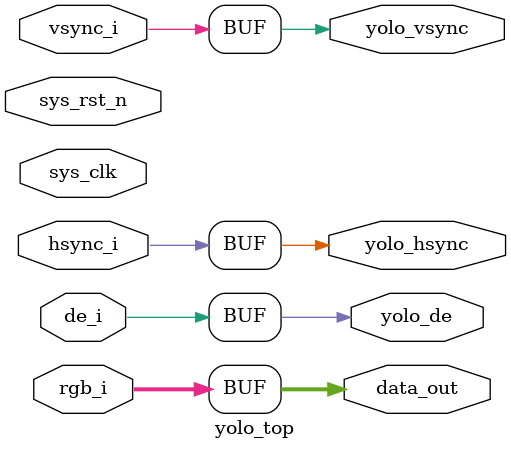
<source format=v>
`timescale 1ns/1ps

module yolo_top #(
           parameter YOLO_INPUT_BITWIDTH = 16,
           parameter YOLO_OUTPUT_BITWIDTH = 16
       )
       (
           //system
           input sys_clk,
           input sys_rst_n,
           //input data
           input [YOLO_INPUT_BITWIDTH - 1: 0] rgb_i,
           //input ctrl data
           input hsync_i,
           input vsync_i,
           input de_i,
           //output data
           output [YOLO_OUTPUT_BITWIDTH - 1: 0] data_out,
           //output ctrl data
           output yolo_hsync,
           output yolo_vsync,
           output yolo_de
       );


mobilenet_top mobile_net(

);


yolo_pre yolo_pre_inst(

         );



yolo_aft u_yolo_aft(
             //ports
             .pixelclk ( ),
             .reset_n ( ),
             .red_en ( ),
             .grenn_en ( ),
             .blue_en ( ),
             .i_rgb ( ),
             .i_hsync ( ),
             .i_vsync ( ),
             .i_de ( ),
             .hcount ( ),
             .vcount ( ),
             .hcount_l ( ),
             .hcount_r ( ),
             .vcount_l ( ),
             .vcount_r ( ),
             .o_rgb ( ),
             .o_hsync ( ),
             .o_vsync ( ),
             .o_de ( )
         );

assign yolo_hsync = hsync_i;
assign yolo_vsync = vsync_i;
assign yolo_de = de_i;

// assign data_out[YOLO_OUTPUT_BITWIDTH - 1: 0] = {rgb_i[YOLO_INPUT_BITWIDTH - 1-: 5], rgb_i[YOLO_INPUT_BITWIDTH - 1-: 5], rgb_i[YOLO_INPUT_BITWIDTH - 1-: 5]};
assign data_out[YOLO_OUTPUT_BITWIDTH - 1: 0] = rgb_i[YOLO_INPUT_BITWIDTH - 1: 0];


endmodule

</source>
